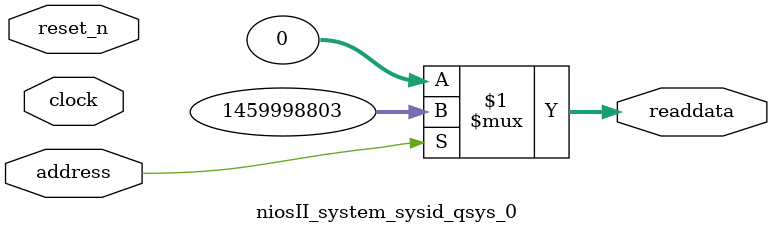
<source format=v>

`timescale 1ns / 1ps
// synthesis translate_on

// turn off superfluous verilog processor warnings 
// altera message_level Level1 
// altera message_off 10034 10035 10036 10037 10230 10240 10030 

module niosII_system_sysid_qsys_0 (
               // inputs:
                address,
                clock,
                reset_n,

               // outputs:
                readdata
             )
;

  output  [ 31: 0] readdata;
  input            address;
  input            clock;
  input            reset_n;

  wire    [ 31: 0] readdata;
  //control_slave, which is an e_avalon_slave
  assign readdata = address ? 1459998803 : 0;

endmodule




</source>
